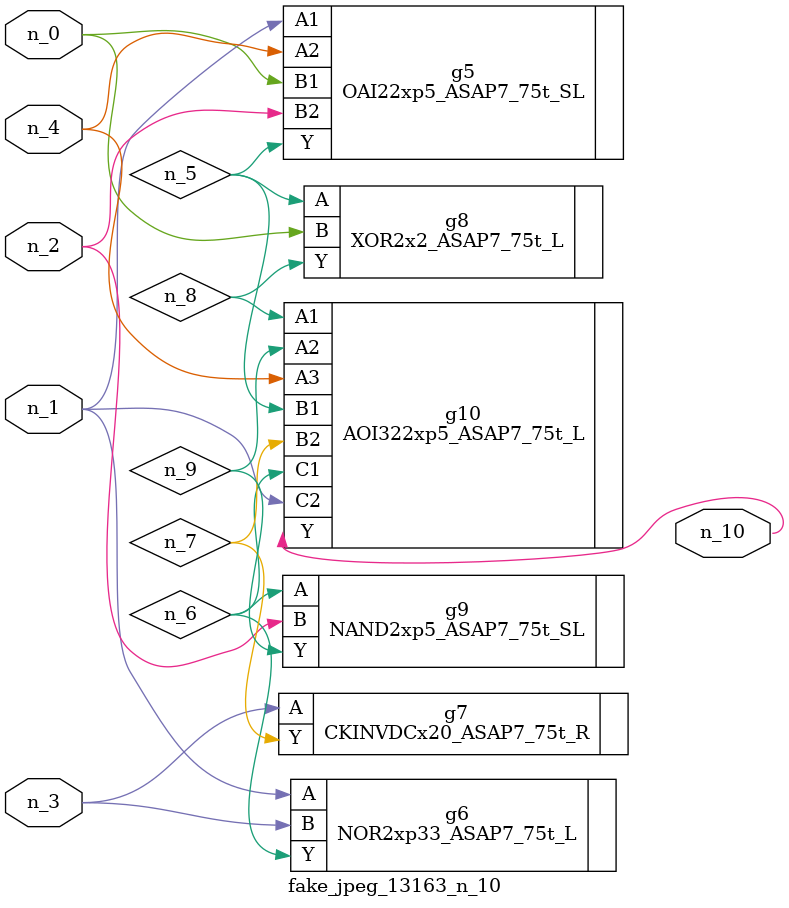
<source format=v>
module fake_jpeg_13163_n_10 (n_3, n_2, n_1, n_0, n_4, n_10);

input n_3;
input n_2;
input n_1;
input n_0;
input n_4;

output n_10;

wire n_8;
wire n_9;
wire n_6;
wire n_5;
wire n_7;

OAI22xp5_ASAP7_75t_SL g5 ( 
.A1(n_1),
.A2(n_4),
.B1(n_0),
.B2(n_2),
.Y(n_5)
);

NOR2xp33_ASAP7_75t_L g6 ( 
.A(n_1),
.B(n_3),
.Y(n_6)
);

CKINVDCx20_ASAP7_75t_R g7 ( 
.A(n_3),
.Y(n_7)
);

XOR2x2_ASAP7_75t_L g8 ( 
.A(n_5),
.B(n_0),
.Y(n_8)
);

AOI322xp5_ASAP7_75t_L g10 ( 
.A1(n_8),
.A2(n_9),
.A3(n_4),
.B1(n_5),
.B2(n_7),
.C1(n_6),
.C2(n_1),
.Y(n_10)
);

NAND2xp5_ASAP7_75t_SL g9 ( 
.A(n_6),
.B(n_2),
.Y(n_9)
);


endmodule
</source>
